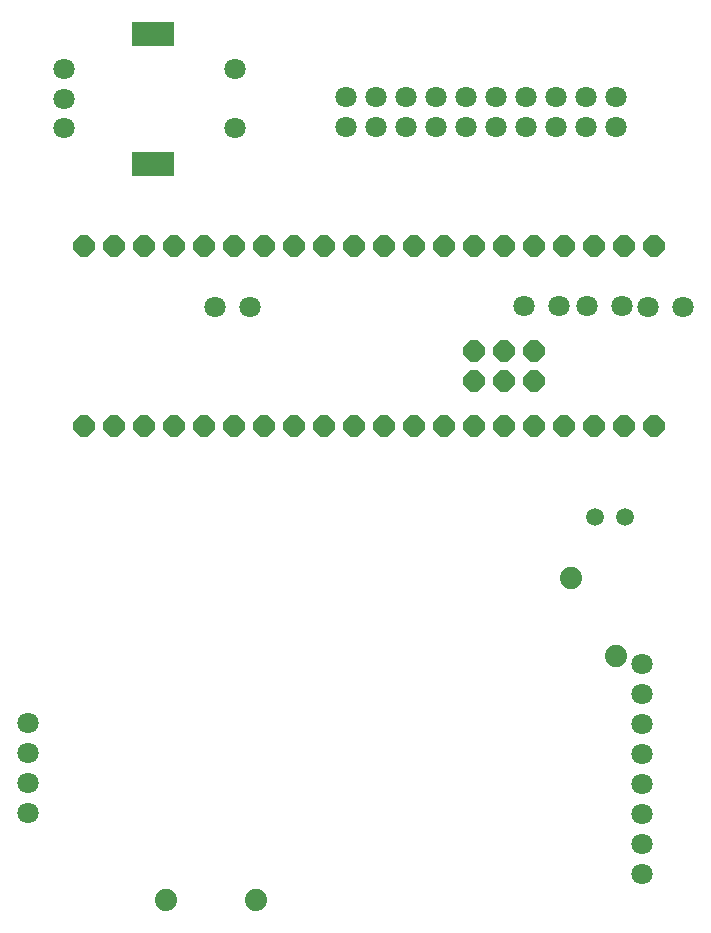
<source format=gbl>
G04 Layer: BottomLayer*
G04 EasyEDA v6.5.29, 2023-07-23 13:13:55*
G04 121b0214f77d4f04981b34128f4af4b8,e855215096054eb7bd5858a7ef804e70,10*
G04 Gerber Generator version 0.2*
G04 Scale: 100 percent, Rotated: No, Reflected: No *
G04 Dimensions in millimeters *
G04 leading zeros omitted , absolute positions ,4 integer and 5 decimal *
%FSLAX45Y45*%
%MOMM*%

%AMMACRO1*4,1,8,0.3694,-0.8918,0.8917,-0.3693,0.8917,0.3693,0.3694,0.8918,-0.3692,0.8918,-0.8917,0.3693,-0.8917,-0.3693,-0.3692,-0.8918,0.3694,-0.8918,0*%
%AMMACRO2*4,1,8,0.3693,-0.8918,0.8918,-0.3693,0.8918,0.3693,0.3693,0.8918,-0.3693,0.8918,-0.8918,0.3693,-0.8918,-0.3693,-0.3693,-0.8918,0.3693,-0.8918,0*%
%ADD10C,1.8000*%
%ADD11C,1.5000*%
%ADD12C,1.8796*%
%ADD13C,1.8009*%
%ADD14R,3.5992X1.9990*%
%ADD15MACRO1*%
%ADD16MACRO2*%
%ADD17C,1.8800*%

%LPD*%
D10*
G01*
X2733713Y5990450D03*
G01*
X2433688Y5990450D03*
G01*
X5349913Y6003150D03*
G01*
X5049888Y6003150D03*
G01*
X5883313Y6003150D03*
G01*
X5583288Y6003150D03*
G01*
X6404013Y5990450D03*
G01*
X6103988Y5990450D03*
D11*
G01*
X5909094Y4212450D03*
G01*
X5659107Y4212450D03*
D10*
G01*
X6050800Y2967850D03*
G01*
X6050800Y2713850D03*
G01*
X6050800Y2459850D03*
G01*
X6050800Y2205850D03*
G01*
X6050800Y1951850D03*
G01*
X6050800Y1697850D03*
G01*
X6050800Y1443850D03*
G01*
X6050800Y1189850D03*
G01*
X850811Y2467851D03*
G01*
X850811Y2213851D03*
G01*
X850811Y1959851D03*
G01*
X850811Y1705851D03*
D12*
G01*
X2786900Y973950D03*
G01*
X2024900Y973950D03*
D13*
G01*
X1160030Y8004670D03*
G01*
X1160030Y7755750D03*
G01*
X1160030Y7506830D03*
G01*
X2610370Y7506830D03*
G01*
X2610370Y8004670D03*
D14*
G01*
X1909330Y8306930D03*
G01*
X1909330Y7204570D03*
D10*
G01*
X5834890Y7768462D03*
G01*
X5834890Y7514462D03*
G01*
X5580890Y7768462D03*
G01*
X5580890Y7514462D03*
G01*
X5326890Y7768462D03*
G01*
X5326890Y7514462D03*
G01*
X5072890Y7768462D03*
G01*
X5072890Y7514462D03*
G01*
X4818890Y7768462D03*
G01*
X4818890Y7514462D03*
G01*
X4564890Y7768462D03*
G01*
X4564890Y7514462D03*
G01*
X4310890Y7768462D03*
G01*
X4310890Y7514462D03*
G01*
X4056890Y7768462D03*
G01*
X4056890Y7514462D03*
G01*
X3802890Y7768462D03*
G01*
X3802890Y7514462D03*
G01*
X3548890Y7768462D03*
G01*
X3548890Y7514462D03*
D15*
G01*
X6152387Y6511150D03*
D16*
G01*
X5898400Y6511150D03*
G01*
X5644400Y6511150D03*
G01*
X5390400Y6511150D03*
G01*
X5136400Y6511150D03*
G01*
X4882400Y6511150D03*
G01*
X4628400Y6511150D03*
G01*
X4374400Y6511150D03*
G01*
X4120400Y6511150D03*
G01*
X3866400Y6511150D03*
G01*
X3612400Y6511150D03*
G01*
X3358400Y6511150D03*
G01*
X3104400Y6511150D03*
G01*
X2850400Y6511150D03*
G01*
X2596400Y6511150D03*
G01*
X2342400Y6511150D03*
G01*
X2088400Y6511150D03*
G01*
X1834400Y6511150D03*
G01*
X1580400Y6511150D03*
G01*
X1326400Y6511150D03*
D15*
G01*
X6152387Y4987150D03*
D16*
G01*
X5898400Y4987150D03*
G01*
X5644400Y4987150D03*
G01*
X5390400Y4987150D03*
G01*
X5136400Y4987150D03*
G01*
X4882400Y4987150D03*
G01*
X4628400Y4987150D03*
G01*
X4374400Y4987150D03*
G01*
X4120400Y4987150D03*
G01*
X3866400Y4987150D03*
G01*
X3612400Y4987150D03*
G01*
X3358400Y4987150D03*
G01*
X3104400Y4987150D03*
G01*
X2850400Y4987150D03*
G01*
X2596400Y4987150D03*
G01*
X2342400Y4987150D03*
G01*
X2088400Y4987150D03*
G01*
X1834400Y4987150D03*
G01*
X1580400Y4987150D03*
G01*
X1326400Y4987150D03*
G01*
X5136400Y5368150D03*
G01*
X4882400Y5368150D03*
G01*
X4628400Y5368150D03*
G01*
X4628400Y5622150D03*
G01*
X4882400Y5622150D03*
G01*
X5136400Y5622150D03*
D17*
G01*
X5448284Y3695443D03*
G01*
X5829272Y3035551D03*
M02*

</source>
